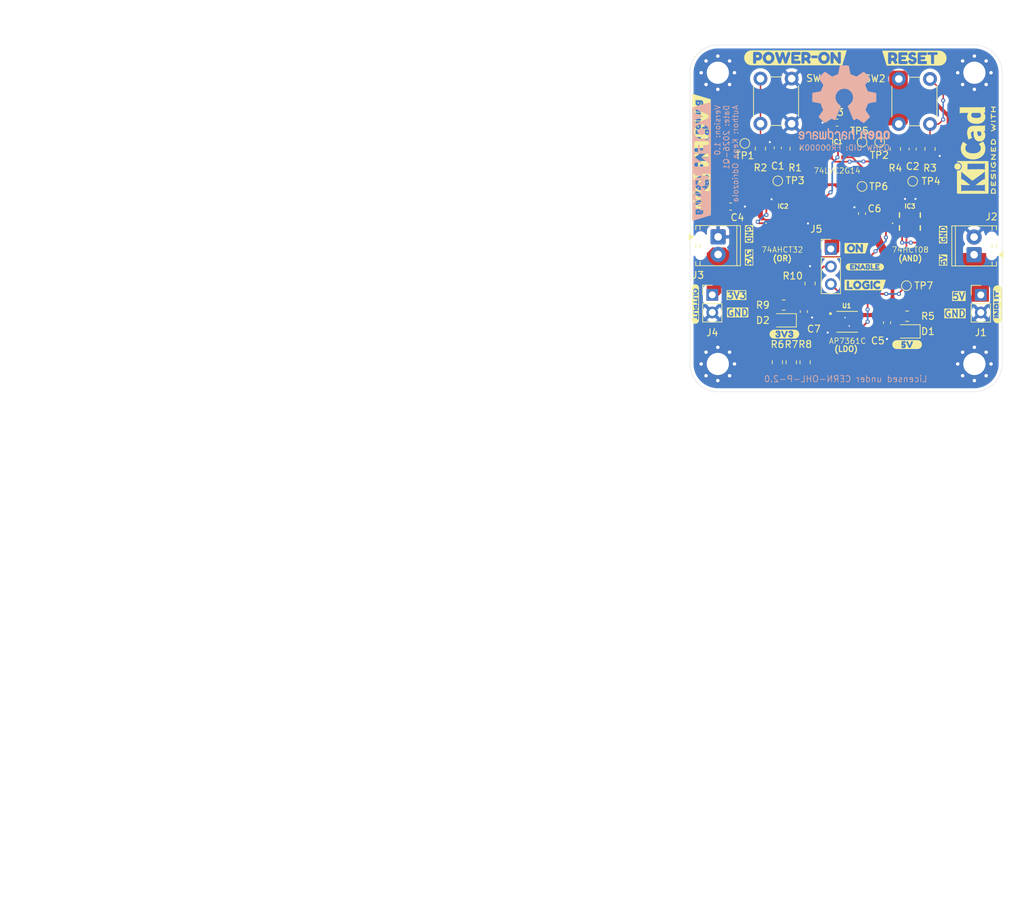
<source format=kicad_pcb>
(kicad_pcb (version 20241229) (generator "pcbnew") (generator_version "9.0")
  (title_block (title "VQFN_Training_Lab") (date "2026-01-25") (rev "1.0") (company "Author: Kepa ODRIOZOLA"))
  (layers (0 "F.Cu" signal) (2 "B.Cu" signal) (13 "F.Paste" user) (15 "B.Paste" user) (5 "F.SilkS" user "F.Silkscreen") (7 "B.SilkS" user "B.Silkscreen") (1 "F.Mask" user) (3 "B.Mask" user) (25 "Edge.Cuts" user))
  (net 0 "")
  (net 2 "/POWER_ON")
  (net 3 "+3V3")
  (net 4 "GND")
  (net 5 "+5V")
  (net 8 "Net-(D1-A)")
  (net 9 "Net-(D2-A)")
  (net 10 "Net-(IC1-2Y)")
  (net 11 "Net-(IC1-1Y)")
  (net 12 "/RESET")
  (net 13 "Net-(IC2-1Y)")
  (net 14 "/LDO_EN")
  (net 15 "Net-(R1-Pad2)")
  (net 16 "Net-(R3-Pad1)")
  (net 17 "Net-(U1-ADJ{slash}NC)")
  (net 18 "Net-(R6-Pad2)")
  (net 21 "/LDO_EN_SEL")
  (footprint "Capacitor_SMD:C_0603_1608Metric_Pad1.08x0.95mm_HandSolder" (layer "F.Cu") (at 144.8 94.3075 90)
    (property "Reference" "C6")
    (property "Value" "100n/25V/0603")
  )
  (footprint "kibuzzard-696FF158" (layer "F.Cu") (at 120.77 107.36 -90)
    (property "Reference" "kibuzzard-696FF158" (hide yes))
    (property "Value" "G***" (hide yes))
  )
  (footprint "Connector_PinHeader_2.54mm:PinHeader_1x03_P2.54mm_Vertical" (layer "F.Cu") (at 140.3 99.4075)
    (property "Reference" "J5")
    (property "Value" "Conn_01x03_Pin")
  )
  (footprint "Capacitor_SMD:C_0603_1608Metric_Pad1.08x0.95mm_HandSolder" (layer "F.Cu") (at 125.8375 93.3)
    (property "Reference" "C4")
    (property "Value" "100n/25V/0603")
  )
  (footprint "TestPoint:TestPoint_Pad_D1.0mm" (layer "F.Cu") (at 144.8 84)
    (property "Reference" "TP5")
    (property "Value" "TestPoint")
  )
  (footprint "Capacitor_SMD:C_0603_1608Metric_Pad1.08x0.95mm_HandSolder" (layer "F.Cu") (at 132.65 84.83 90)
    (property "Reference" "C1")
    (property "Value" "100n/25V/0603")
  )
  (footprint "kibuzzard-695A7D8B" (layer "F.Cu") (at 144 99.3075)
    (property "Reference" "kibuzzard-695A7D8B" (hide yes))
    (property "Value" "G***" (hide yes))
  )
  (footprint "kibuzzard-695A7F36" (layer "F.Cu") (at 133.6 111.7)
    (property "Reference" "kibuzzard-695A7F36" (hide yes))
    (property "Value" "G***" (hide yes))
  )
  (footprint "Capacitor_SMD:C_0603_1608Metric_Pad1.08x0.95mm_HandSolder" (layer "F.Cu") (at 152.1 85 90)
    (property "Reference" "C2")
    (property "Value" "100n/25V/0603")
  )
  (footprint "TestPoint:TestPoint_Pad_D1.0mm" (layer "F.Cu") (at 127.9 84.1925 -90)
    (property "Reference" "TP1")
    (property "Value" "TestPoint")
  )
  (footprint "Footprints:SON65P300X300X63-9N" (layer "F.Cu") (at 142.6525 109.92)
    (property "Reference" "U1")
    (property "Value" "AP7361C-FGE-7")
  )
  (footprint "Resistor_SMD:R_0805_2012Metric_Pad1.20x1.40mm_HandSolder" (layer "F.Cu") (at 134.59 115.7575 90)
    (property "Reference" "R7")
    (property "Value" "4K7/1%")
  )
  (footprint "TestPoint:TestPoint_Pad_D1.0mm" (layer "F.Cu") (at 151.2 104.7075 180)
    (property "Reference" "TP7")
    (property "Value" "TestPoint")
  )
  (footprint "Resistor_SMD:R_0805_2012Metric_Pad1.20x1.40mm_HandSolder" (layer "F.Cu") (at 151.3 109.1075 180)
    (property "Reference" "R5")
    (property "Value" "200/1%")
  )
  (footprint "Footprints:74LVC2G14GW125" (layer "F.Cu") (at 141.2 85.45)
    (property "Reference" "IC1")
    (property "Value" "74LVC2G14GW,125" (hide yes))
  )
  (footprint "Connector_PinHeader_2.54mm:PinHeader_1x02_P2.54mm_Vertical" (layer "F.Cu") (at 123.2 106.03)
    (property "Reference" "J4")
    (property "Value" "Conn_01x02_Pin")
  )
  (footprint "kibuzzard-695A7DB0" (layer "F.Cu") (at 145.25103 104.6075)
    (property "Reference" "kibuzzard-695A7DB0" (hide yes))
    (property "Value" "G***" (hide yes))
  )
  (footprint "kibuzzard-695C2423" (layer "F.Cu") (at 135.2 71.85)
    (property "Reference" "kibuzzard-695C2423" (hide yes))
    (property "Value" "G***" (hide yes))
  )
  (footprint "kibuzzard-695A7F50" (layer "F.Cu") (at 151.3 113.2075)
    (property "Reference" "kibuzzard-695A7F50" (hide yes))
    (property "Value" "G***" (hide yes))
  )
  (footprint "Connector_PinHeader_2.54mm:PinHeader_1x02_P2.54mm_Vertical" (layer "F.Cu") (at 161.925 106.04)
    (property "Reference" "J1")
    (property "Value" "Conn_01x02_Pin")
  )
  (footprint "Capacitor_SMD:C_0603_1608Metric_Pad1.08x0.95mm_HandSolder" (layer "F.Cu") (at 141.1875 81.2 180)
    (property "Reference" "C3")
    (property "Value" "100n/25V/0603")
  )
  (footprint "MountingHole:MountingHole_3.2mm_M3_Pad_Via" (layer "F.Cu") (at 124 74)
    (property "Reference" "H1" (hide yes))
    (property "Value" "MountingHole_Pad")
  )
  (footprint "TestPoint:TestPoint_Pad_D1.0mm" (layer "F.Cu") (at 152.1 89.65 180)
    (property "Reference" "TP4")
    (property "Value" "TestPoint")
  )
  (footprint "TestPoint:TestPoint_Pad_D1.0mm" (layer "F.Cu") (at 132.65 89.6 -90)
    (property "Reference" "TP3")
    (property "Value" "TestPoint")
  )
  (footprint "Resistor_SMD:R_0805_2012Metric_Pad1.20x1.40mm_HandSolder" (layer "F.Cu") (at 136.59 115.7575 90)
    (property "Reference" "R8")
    (property "Value" "4K7/1%")
  )
  (footprint "Footprints:74HCT08BQ115" (layer "F.Cu") (at 151.7 95.4575)
    (property "Reference" "IC3")
    (property "Value" "74HCT08BQ,115" (hide yes))
  )
  (footprint "TestPoint:TestPoint_Pad_D1.0mm" (layer "F.Cu") (at 144.8 90.4 180)
    (property "Reference" "TP6")
    (property "Value" "TestPoint")
  )
  (footprint "MountingHole:MountingHole_3.2mm_M3_Pad_Via" (layer "F.Cu") (at 124 116)
    (property "Reference" "H3" (hide yes))
    (property "Value" "MountingHole_Pad")
  )
  (footprint "Capacitor_SMD:C_0603_1608Metric_Pad1.08x0.95mm_HandSolder" (layer "F.Cu") (at 136.4 108.445 -90)
    (property "Reference" "C7")
    (property "Value" "4u7/16V/0603")
  )
  (footprint "LED_SMD:LED_0805_2012Metric_Pad1.15x1.40mm_HandSolder" (layer "F.Cu") (at 151.325 111.3075 180)
    (property "Reference" "D1")
    (property "Value" "LED")
  )
  (footprint "kibuzzard-695C2DD0" (layer "F.Cu") (at 121.65 80.925 90)
    (property "Reference" "kibuzzard-695C2DD0" (hide yes))
    (property "Value" "G***" (hide yes))
  )
  (footprint "Resistor_SMD:R_0805_2012Metric_Pad1.20x1.40mm_HandSolder" (layer "F.Cu") (at 154.6 84.9925 -90)
    (property "Reference" "R3")
    (property "Value" "10K/1%")
  )
  (footprint "kibuzzard-695C241E" (layer "F.Cu") (at 152.35 71.9)
    (property "Reference" "kibuzzard-695C241E" (hide yes))
    (property "Value" "G***" (hide yes))
  )
  (footprint "Resistor_SMD:R_0805_2012Metric_Pad1.20x1.40mm_HandSolder" (layer "F.Cu") (at 133.49 107.5075 180)
    (property "Reference" "R9")
    (property "Value" "30/1%")
  )
  (footprint "Button_Switch_THT:SW_PUSH_6mm_H5mm" (layer "F.Cu") (at 154.6 74.9 -90)
    (property "Reference" "SW2")
    (property "Value" "SW_Push")
  )
  (footprint "Resistor_SMD:R_0805_2012Metric_Pad1.20x1.40mm_HandSolder" (layer "F.Cu") (at 135.15 84.9425 90)
    (property "Reference" "R1")
    (property "Value" "10K/1%")
  )
  (footprint "kibuzzard-696FF104" (layer "F.Cu") (at 164.33 107.4 90)
    (property "Reference" "kibuzzard-696FF104" (hide yes))
    (property "Value" "G***" (hide yes))
  )
  (footprint "Symbol:KiCad-Logo2_5mm_SilkScreen" (layer "F.Cu") (at 161.1 85.175 90)
    (property "Reference" "REF**" (hide yes))
    (property "Value" "KiCad-Logo2_5mm_SilkScreen" (hide yes))
  )
  (footprint "TestPoint:TestPoint_Pad_D1.0mm" (layer "F.Cu") (at 147.35 84 180)
    (property "Reference" "TP2")
    (property "Value" "TestPoint")
  )
  (footprint "MountingHole:MountingHole_3.2mm_M3_Pad_Via" (layer "F.Cu") (at 161 74)
    (property "Reference" "H2" (hide yes))
    (property "Value" "MountingHole_Pad")
  )
  (footprint "LED_SMD:LED_0805_2012Metric_Pad1.15x1.40mm_HandSolder" (layer "F.Cu") (at 133.465 109.7075 180)
    (property "Reference" "D2")
    (property "Value" "LED")
  )
  (footprint "Resistor_SMD:R_0805_2012Metric_Pad1.20x1.40mm_HandSolder" (layer "F.Cu") (at 149.6 85 -90)
    (property "Reference" "R4")
    (property "Value" "1K/1%")
  )
  (footprint "Resistor_SMD:R_0805_2012Metric_Pad1.20x1.40mm_HandSolder" (layer "F.Cu") (at 137.3 104.4 90)
    (property "Reference" "R10")
    (property "Value" "10K/1%")
  )
  (footprint "TerminalBlock_Phoenix:TerminalBlock_Phoenix_MPT-0,5-2-2.54_1x02_P2.54mm_Horizontal" (layer "F.Cu") (at 124.04 97.67 -90)
    (property "Reference" "J3")
    (property "Value" "Screw_Terminal_01x02")
  )
  (footprint "Footprints:74AHCT32BQ115" (layer "F.Cu") (at 133.4 95.4575)
    (property "Reference" "IC2")
    (property "Value" "74AHCT32BQ,115" (hide yes))
  )
  (footprint "MountingHole:MountingHole_3.2mm_M3_Pad_Via" (layer "F.Cu") (at 161 116)
    (property "Reference" "H4" (hide yes))
    (property "Value" "MountingHole_Pad")
  )
  (footprint "Button_Switch_THT:SW_PUSH_6mm_H5mm" (layer "F.Cu") (at 134.65 74.85 -90)
    (property "Reference" "SW1")
    (property "Value" "SW_Push")
  )
  (footprint "Resistor_SMD:R_0805_2012Metric_Pad1.20x1.40mm_HandSolder" (layer "F.Cu") (at 132.59 115.7575 -90)
    (property "Reference" "R6")
    (property "Value" "10K/1%")
  )
  (footprint "kibuzzard-695C2DAE" (layer "F.Cu") (at 121.65 89 90)
    (property "Reference" "kibuzzard-695C2DAE" (hide yes))
    (property "Value" "G***" (hide yes))
  )
  (footprint "TerminalBlock_Phoenix:TerminalBlock_Phoenix_MPT-0,5-2-2.54_1x02_P2.54mm_Horizontal" (layer "F.Cu") (at 160.96 100.24 90)
    (property "Reference" "J2")
    (property "Value" "Screw_Terminal_01x02")
  )
  (footprint "Resistor_SMD:R_0805_2012Metric_Pad1.20x1.40mm_HandSolder" (layer "F.Cu") (at 130.15 84.9425 -90)
    (property "Reference" "R2")
    (property "Value" "1K/1%")
  )
  (footprint "kibuzzard-695A7DF5" (layer "F.Cu") (at 145.2 102.0075)
    (property "Reference" "kibuzzard-695A7DF5" (hide yes))
    (property "Value" "G***" (hide yes))
  )
  (footprint "Capacitor_SMD:C_0603_1608Metric_Pad1.08x0.95mm_HandSolder" (layer "F.Cu") (at 148.41 110.045 -90)
    (property "Reference" "C5")
    (property "Value" "4u7/16V/0603")
  )
  (footprint "kibuzzard-695C2DD0" (layer "B.Cu") (at 121.65 91.475 -90)
    (property "Reference" "kibuzzard-695C2DD0" (hide yes))
    (property "Value" "G***" (hide yes))
  )
  (footprint "kibuzzard-695C2DAE" (layer "B.Cu") (at 121.65 83.4 -90)
    (property "Reference" "kibuzzard-695C2DAE" (hide yes))
    (property "Value" "G***" (hide yes))
  )
  (footprint "Symbol:OSHW-Logo2_14.6x12mm_SilkScreen" (layer "B.Cu") (at 142.24 78.5 180)
    (property "Reference" "REF**" (hide yes))
    (property "Value" "OSHW-Logo2_14.6x12mm_SilkScreen" (hide yes))
  )
  (gr_line (start 120 116) (end 120 74) (stroke (width 0.05)) (layer "Edge.Cuts"))
  (gr_line (start 161 120) (end 124 120) (stroke (width 0.05)) (layer "Edge.Cuts"))
  (gr_arc (start 120 74) (mid 121.171573 71.171573) (end 124 70) (stroke (width 0.05)) (layer "Edge.Cuts"))
  (gr_line (start 161 70) (end 124 70) (stroke (width 0.05)) (layer "Edge.Cuts"))
  (gr_line (start 165 74) (end 165 116) (stroke (width 0.05)) (layer "Edge.Cuts"))
  (gr_arc (start 124 120) (mid 121.171573 118.828427) (end 120 116) (stroke (width 0.05)) (layer "Edge.Cuts"))
  (gr_arc (start 165 116) (mid 163.828427 118.828427) (end 161 120) (stroke (width 0.05)) (layer "Edge.Cuts"))
  (gr_arc (start 161 70) (mid 163.828427 71.171573) (end 165 74) (stroke (width 0.05)) (layer "Edge.Cuts"))
  (gr_text "5V" (at 157 100.2 90) (layer "F.SilkS" knockout) (effects (font (size 0.8 0.8) (thickness 0.2) (bold yes)) (justify right bottom)))
  (gr_text "5V" (at 159.76 106.84 0) (layer "F.SilkS" knockout) (effects (font (size 1 1) (thickness 0.2) (bold yes)) (justify right bottom)))
  (gr_text "GND" (at 128 98.6 270) (layer "F.SilkS" knockout) (effects (font (size 0.8 0.8) (thickness 0.2) (bold yes)) (justify right bottom)))
  (gr_text "74AHCT32" (at 133.3 100 0) (layer "F.SilkS") (effects (font (size 0.8 0.8) (thickness 0.1)) (justify bottom)))
  (gr_text "3V3" (at 125.2 106.7 0) (layer "F.SilkS" knockout) (effects (font (size 1 1) (thickness 0.2) (bold yes)) (justify left bottom)))
  (gr_text "74HCT08" (at 151.75 100 0) (layer "F.SilkS") (effects (font (size 0.8 0.8) (thickness 0.1)) (justify bottom)))
  (gr_text "GND" (at 125.2 109.2 0) (layer "F.SilkS" knockout) (effects (font (size 1 1) (thickness 0.2) (bold yes)) (justify left bottom)))
  (gr_text "(OR)" (at 133.3 101.25 0) (layer "F.SilkS") (effects (font (size 0.8 0.8) (thickness 0.16) (bold yes)) (justify bottom)))
  (gr_text "GND" (at 159.86 109.34 0) (layer "F.SilkS" knockout) (effects (font (size 1 1) (thickness 0.2) (bold yes)) (justify right bottom)))
  (gr_text "AP7361C" (at 142.7 113.1575 0) (layer "F.SilkS") (effects (font (size 0.8 0.8) (thickness 0.1)) (justify bottom)))
  (gr_text "(AND)" (at 151.75 101.25 0) (layer "F.SilkS") (effects (font (size 0.8 0.8) (thickness 0.16) (bold yes)) (justify bottom)))
  (gr_text "(LDO)" (at 142.5 114.3075 0) (layer "F.SilkS") (effects (font (size 0.8 0.8) (thickness 0.16) (bold yes)) (justify bottom)))
  (gr_text "GND" (at 157 96 90) (layer "F.SilkS" knockout) (effects (font (size 0.8 0.8) (thickness 0.2) (bold yes)) (justify right bottom)))
  (gr_text "74LVC2G14" (at 141.2 88.6 0) (layer "F.SilkS") (effects (font (size 0.8 0.8) (thickness 0.1)) (justify bottom)))
  (gr_text "3V3" (at 128 101.9 270) (layer "F.SilkS" knockout) (effects (font (size 0.8 0.8) (thickness 0.2) (bold yes)) (justify right bottom)))
  (gr_text "Version: 1.0\nDate: 2026-Q1\nAuthor: Kepa Odriozola" (at 127 78.6 90) (layer "B.SilkS") (effects (font (size 0.8 0.8) (thickness 0.1)) (justify left bottom mirror)))
  (gr_text "OSHW UID: FR00000X" (at 148.85 85.29 0) (layer "B.SilkS") (effects (font (size 0.8 0.8) (thickness 0.1)) (justify left bottom mirror)))
  (gr_text "Licensed under CERN-OHL-P-2.0" (at 154.27 118.69 0) (layer "B.SilkS") (effects (font (size 0.9 0.9) (thickness 0.1)) (justify left bottom mirror)))
  (segment (start 132.65 85.6925) (end 130.4 85.6925) (width 0.25) (layer "F.Cu") (net 2))
  (segment (start 132.65 85.6925) (end 132.65 89.6) (width 0.25) (layer "F.Cu") (net 2))
  (segment (start 140.1315 84.8685) (end 133.474 84.8685) (width 0.25) (layer "F.Cu") (net 2))
  (segment (start 133.474 84.8685) (end 132.65 85.6925) (width 0.25) (layer "F.Cu") (net 2))
  (segment (start 140.3 84.7) (end 140.1315 84.8685) (width 0.25) (layer "F.Cu") (net 2))
  (segment (start 130.4 85.6925) (end 130.15 85.9425) (width 0.25) (layer "F.Cu") (net 2))
  (segment (start 131.8575 114.7575) (end 131.05 113.95) (width 0.4) (layer "F.Cu") (net 3))
  (segment (start 131.35 110.825) (end 133.02508 110.825) (width 0.4) (layer "F.Cu") (net 3))
  (segment (start 133.514 110.33608) (end 133.514 108.4835) (width 0.4) (layer "F.Cu") (net 3))
  (segment (start 133.514 108.4835) (end 134.49 107.5075) (width 0.4) (layer "F.Cu") (net 3))
  (segment (start 141.2625 108.945) (end 139.545 108.945) (width 0.4) (layer "F.Cu") (net 3))
  (segment (start 131.05 111.125) (end 131.35 110.825) (width 0.4) (layer "F.Cu") (net 3))
  (segment (start 138.1825 107.5825) (end 136.4 107.5825) (width 0.4) (layer "F.Cu") (net 3))
  (segment (start 139.545 108.945) (end 138.1825 107.5825) (width 0.4) (layer "F.Cu") (net 3))
  (segment (start 132.59 114.7575) (end 131.8575 114.7575) (width 0.4) (layer "F.Cu") (net 3))
  (segment (start 131.05 113.95) (end 131.05 111.125) (width 0.4) (layer "F.Cu") (net 3))
  (segment (start 133.02508 110.825) (end 133.514 110.33608) (width 0.4) (layer "F.Cu") (net 3))
  (segment (start 152.7 94.4575) (end 151.7 95.4575) (width 0.2) (layer "F.Cu") (net 4))
  (segment (start 136 109.7075) (end 136.4 109.3075) (width 0.2) (layer "F.Cu") (net 4))
  (segment (start 139.84 111.11) (end 140.06 110.89) (width 0.2) (layer "F.Cu") (net 4))
  (segment (start 150.7 94.1575) (end 150.7 94.4575) (width 0.2) (layer "F.Cu") (net 4))
  (segment (start 151.2 94.1575) (end 151.2 92.4) (width 0.2) (layer "F.Cu") (net 4))
  (segment (start 134.4 94.1575) (end 134.4 94.4575) (width 0.2) (layer "F.Cu") (net 4))
  (segment (start 136.4 109.3075) (end 137.5925 109.3075) (width 0.2) (layer "F.Cu") (net 4))
  (segment (start 137 95.75) (end 136.75 95.75) (width 0.2) (layer "F.Cu") (net 4))
  (segment (start 132.4 94.4575) (end 133.4 95.4575) (width 0.2) (layer "F.Cu") (net 4))
  (segment (start 133.9 95.9575) (end 133.4 95.4575) (width 0.2) (layer "F.Cu") (net 4))
  (segment (start 152.7 94.1575) (end 152.7 94.4575) (width 0.2) (layer "F.Cu") (net 4))
  (segment (start 149.2735 112.3085) (end 148.41 111.445) (width 0.2) (layer "F.Cu") (net 4))
  (segment (start 151.7 96.7575) (end 151.7 95.4575) (width 0.2) (layer "F.Cu") (net 4))
  (segment (start 131.75 93.5) (end 131.75 92.25) (width 0.2) (layer "F.Cu") (net 4))
  (segment (start 132.4 94.1575) (end 132.4 94.15) (width 0.2) (layer "F.Cu") (net 4))
  (segment (start 132.9 94.9575) (end 133.4 95.4575) (width 0.2) (layer "F.Cu") (net 4))
  (segment (start 132.4 94.1575) (end 132.4 94.4575) (width 0.2) (layer "F.Cu") (net 4))
  (segment (start 152.7 92.4) (end 152.5 92.2) (width 0.2) (layer "F.Cu") (net 4))
  (segment (start 152.2 94.9575) (end 151.7 95.4575) (width 0.2) (layer "F.Cu") (net 4))
  (segment (start 152.2 95.9575) (end 151.7 95.4575) (width 0.2) (layer "F.Cu") (net 4))
  (segment (start 134.4 94.4575) (end 133.4 95.4575) (width 0.2) (layer "F.Cu") (net 4))
  (segment (start 140.065 110.895) (end 141.2625 110.895) (width 0.2) (layer "F.Cu") (net 4))
  (segment (start 151.2 92.4) (end 151 92.2) (width 0.2) (layer "F.Cu") (net 4))
  (segment (start 150.7 94.4575) (end 151.7 95.4575) (width 0.2) (layer "F.Cu") (net 4))
  (segment (start 148.4 110.9175) (end 148.41 110.9075) (width 0.2) (layer "F.Cu") (net 4))
  (segment (start 152.2 92.5) (end 152.2 94.1575) (width 0.2) (layer "F.Cu") (net 4))
  (segment (start 134.95 95.7075) (end 133.65 95.7075) (width 0.2) (layer "F.Cu") (net 4))
  (segment (start 140.325 81.2) (end 139.1 81.2) (width 0.2) (layer "F.Cu") (net 4))
  (segment (start 152.5 92.2) (end 152.2 92.5) (width 0.2) (layer "F.Cu") (net 4))
  (segment (start 136.75 95.75) (end 136.7075 95.7075) (width 0.2) (layer "F.Cu") (net 4))
  (segment (start 133.4 96.7575) (end 133.4 95.4575) (width 0.2) (layer "F.Cu") (net 4))
  (segment (start 137.5925 109.3075) (end 137.6 109.3) (width 0.2) (layer "F.Cu") (net 4))
  (segment (start 150.7 92.5) (end 151 92.2) (width 0.2) (layer "F.Cu") (net 4))
  (segment (start 151.2 94.1575) (end 151.2 94.9575) (width 0.2) (layer "F.Cu") (net 4))
  (segment (start 136.59 114.7575) (end 136.59 109.4975) (width 0.2) (layer "F.Cu") (net 4))
  (segment (start 152.35 111.3075) (end 151.349 112.3085) (width 0.2) (layer "F.Cu") (net 4))
  (segment (start 131.5325 83.9675) (end 131.5 84) (width 0.2) (layer "F.Cu") (net 4))
  (segment (start 151.95 95.7075) (end 151.7 95.4575) (width 0.2) (layer "F.Cu") (net 4))
  (segment (start 150.7 94.1575) (end 150.7 92.5) (width 0.2) (layer "F.Cu") (net 4))
  (segment (start 133.9 94.9575) (end 133.4 95.4575) (width 0.2) (layer "F.Cu") (net 4))
  (segment (start 142.6525 109.92) (end 141.6775 110.895) (width 0.2) (layer "F.Cu") (net 4))
  (segment (start 141.6775 110.895) (end 141.2625 110.895) (width 0.2) (layer "F.Cu") (net 4))
  (segment (start 133.65 95.7075) (end 133.4 95.4575) (width 0.2) (layer "F.Cu") (net 4))
  (segment (start 152.1 84.1375) (end 152.745 84.1375) (width 0.2) (layer "F.Cu") (net 4))
  (segment (start 133.9 96.7575) (end 133.9 95.9575) (width 0.2) (layer "F.Cu") (net 4))
  (segment (start 152.2 96.7575) (end 152.2 95.9575) (width 0.2) (layer "F.Cu") (net 4))
  (segment (start 139.84 111.47) (end 139.84 111.11) (width 0.2) (layer "F.Cu") (net 4))
  (segment (start 134.49 109.7075) (end 136 109.7075) (width 0.2) (layer "F.Cu") (net 4))
  (segment (start 154.6 85.9925) (end 155.9925 85.9925) (width 0.2) (layer "F.Cu") (net 4))
  (segment (start 140.325 81.2) (end 140.901 81.776) (width 0.2) (layer "F.Cu") (net 4))
  (segment (start 152.7 94.1575) (end 152.7 92.4) (width 0.2) (layer "F.Cu") (net 4))
  (segment (start 136.59 109.4975) (end 136.4 109.3075) (width 0.2) (layer "F.Cu") (net 4))
  (segment (start 126.7 93.3) (end 127.9 93.3) (width 0.2) (layer "F.Cu") (net 4))
  (segment (start 148.4 112.4) (end 148.4 110.9175) (width 0.2) (layer "F.Cu") (net 4))
  (segment (start 137.3 103.4) (end 137.3 101.9) (width 0.2) (layer "F.Cu") (net 4))
  (segment (start 151.2 94.9575) (end 151.7 95.4575) (width 0.2) (layer "F.Cu") (net 4))
  (segment (start 140.901 81.776) (end 140.901 85.349) (width 0.2) (layer "F.Cu") (net 4))
  (segment (start 144.8 93.445) (end 143.745 93.445) (width 0.2) (layer "F.Cu") (net 4))
  (segment (start 143.745 93.445) (end 143.7 93.4) (width 0.2) (layer "F.Cu") (net 4))
  (segment (start 153.25 95.7075) (end 151.95 95.7075) (width 0.2) (layer "F.Cu") (net 4))
  (segment (start 140.901 85.349) (end 140.8 85.45) (width 0.2) (layer "F.Cu") (net 4))
  (segment (start 132.65 83.9675) (end 131.5325 83.9675) (width 0.2) (layer "F.Cu") (net 4))
  (segment (start 152.2 94.1575) (end 152.2 94.9575) (width 0.2) (layer "F.Cu") (net 4))
  (segment (start 140.06 110.89) (end 140.065 110.895) (width 0.2) (layer "F.Cu") (net 4))
  (segment (start 132.9 94.1575) (end 132.9 94.9575) (width 0.2) (layer "F.Cu") (net 4))
  (segment (start 155.9925 85.9925) (end 156 86) (width 0.2) (layer "F.Cu") (net 4))
  (segment (start 148.41 111.445) (end 148.41 110.9075) (width 0.2) (layer "F.Cu") (net 4))
  (segment (start 133.9 94.1575) (end 133.9 94.9575) (width 0.2) (layer "F.Cu") (net 4))
  (segment (start 136.7075 95.7075) (end 134.95 95.7075) (width 0.2) (layer "F.Cu") (net 4))
  (segment (start 132.4 94.15) (end 131.75 93.5) (width 0.2) (layer "F.Cu") (net 4))
  (segment (start 152.745 84.1375) (end 154.6 85.9925) (width 0.2) (layer "F.Cu") (net 4))
  (segment (start 140.8 85.45) (end 140.3 85.45) (width 0.2) (layer "F.Cu") (net 4))
  (segment (start 151.349 112.3085) (end 149.2735 112.3085) (width 0.2) (layer "F.Cu") (net 4))
  (via (at 137.3 101.9) (size 0.6) (drill 0.3) (layers "F.Cu" "B.Cu") (net 4))
  (via (at 131.5 84) (size 0.6) (drill 0.3) (layers "F.Cu" "B.Cu") (net 4))
  (via (at 139.84 111.47) (size 0.6) (drill 0.3) (layers "F.Cu" "B.Cu") (net 4))
  (via (at 156 86) (size 0.6) (drill 0.3) (layers "F.Cu" "B.Cu") (net 4))
  (via (at 139.1 81.2) (size 0.6) (drill 0.3) (layers "F.Cu" "B.Cu") (net 4))
  (via (at 131.75 92.25) (size 0.6) (drill 0.3) (layers "F.Cu" "B.Cu") (net 4))
  (via (at 151 92.2) (size 0.6) (drill 0.3) (layers "F.Cu" "B.Cu") (net 4))
  (via (at 143.7 93.4) (size 0.6) (drill 0.3) (layers "F.Cu" "B.Cu") (net 4))
  (via (at 137 95.75) (size 0.6) (drill 0.3) (layers "F.Cu" "B.Cu") (net 4))
  (via (at 137.6 109.3) (size 0.6) (drill 0.3) (layers "F.Cu" "B.Cu") (net 4))
  (via (at 127.9 93.3) (size 0.6) (drill 0.3) (layers "F.Cu" "B.Cu") (net 4))
  (via (at 148.4 112.4) (size 0.6) (drill 0.3) (layers "F.Cu" "B.Cu") (net 4))
  (via (at 152.5 92.2) (size 0.6) (drill 0.3) (layers "F.Cu" "B.Cu") (net 4))
  (segment (start 146.05 83.1) (end 147.9 81.25) (width 0.4) (layer "F.Cu") (net 5))
  (segment (start 144.0425 108.945) (end 148.1725 108.945) (width 0.6) (layer "F.Cu") (net 5))
  (segment (start 148.1725 108.945) (end 148.41 109.1825) (width 0.4) (layer "F.Cu") (net 5))
  (segment (start 146.05 84.5) (end 146.05 83.1) (width 0.4) (layer "F.Cu") (net 5))
  (segment (start 149.95 81.25) (end 150.1 81.4) (width 0.4) (layer "F.Cu") (net 5))
  (segment (start 145.1 85.45) (end 146.05 84.5) (width 0.4) (layer "F.Cu") (net 5))
  (segment (start 147.9 81.25) (end 149.95 81.25) (width 0.4) (layer "F.Cu") (net 5))
  (segment (start 142.1 85.45) (end 145.1 85.45) (width 0.4) (layer "F.Cu") (net 5))
  (segment (start 150.3 109.1075) (end 150.3 111.3075) (width 0.2) (layer "F.Cu") (net 8))
  (segment (start 132.49 109.6575) (end 132.44 109.7075) (width 0.2) (layer "F.Cu") (net 9))
  (segment (start 132.49 107.5075) (end 132.49 109.6575) (width 0.2) (layer "F.Cu") (net 9))
  (segment (start 155.25 98) (end 154.75 98.5) (width 0.25) (layer "F.Cu") (net 10))
  (segment (start 150.575 96.8825) (end 150.7 96.7575) (width 0.25) (layer "F.Cu") (net 10))
  (segment (start 144.8 87.6) (end 143.4 86.2) (width 0.25) (layer "F.Cu") (net 10))
  (segment (start 154.5 91.5) (end 155.25 92.25) (width 0.25) (layer "F.Cu") (net 10))
  (segment (start 143.4 86.2) (end 142.1 86.2) (width 0.25) (layer "F.Cu") (net 10))
  (segment (start 145.9 91.5) (end 154.5 91.5) (width 0.25) (layer "F.Cu") (net 10))
  (segment (start 155.25 92.25) (end 155.25 98) (width 0.25) (layer "F.Cu") (net 10))
  (segment (start 144.8 90.4) (end 145.9 91.5) (width 0.25) (layer "F.Cu") (net 10))
  (segment (start 144.8 90.4) (end 144.8 87.6) (width 0.25) (layer "F.Cu") (net 10))
  (segment (start 150.575 98.5) (end 150.575 96.8825) (width 0.25) (layer "F.Cu") (net 10))
  (segment (start 154.75 98.5) (end 151.825 98.5) (width 0.25) (layer "F.Cu") (net 10))
  (via (at 151.825 98.5) (size 0.6) (drill 0.3) (layers "F.Cu" "B.Cu") (net 10))
  (via (at 150.575 98.5) (size 0.6) (drill 0.3) (layers "F.Cu" "B.Cu") (net 10))
  (segment (start 151.825 98.5) (end 150.575 98.5) (width 0.25) (layer "B.Cu") (net 10))
  (segment (start 142.1 84.7) (end 141.55 84.7) (width 0.25) (layer "F.Cu") (net 11))
  (segment (start 141.327 86.123) (end 141.25 86.2) (width 0.25) (layer "F.Cu") (net 11))
  (segment (start 139.5 92) (end 133.25 92) (width 0.25) (layer "F.Cu") (net 11))
  (segment (start 131.490702 91.624) (end 131 92.114702) (width 0.25) (layer "F.Cu") (net 11))
  (segment (start 132.874 91.624) (end 131.490702 91.624) (width 0.25) (layer "F.Cu") (net 11))
  (segment (start 142.8 84) (end 142.1 84.7) (width 0.25) (layer "F.Cu") (net 11))
  (segment (start 144.8 84) (end 142.8 84) (width 0.25) (layer "F.Cu") (net 11))
  (segment (start 133.25 92) (end 132.874 91.624) (width 0.25) (layer "F.Cu") (net 11))
  (segment (start 129.9575 95.7075) (end 131.85 95.7075) (width 0.25) (layer "F.Cu") (net 11))
  (segment (start 131 92.114702) (end 131 94.5) (width 0.25) (layer "F.Cu") (net 11))
  (segment (start 140.25 91.25) (end 139.5 92) (width 0.25) (layer "F.Cu") (net 11))
  (segment (start 141.55 84.7) (end 141.327 84.923) (width 0.25) (layer "F.Cu") (net 11))
  (segment (start 129.75 95.5) (end 129.9575 95.7075) (width 0.25) (layer "F.Cu") (net 11))
  (segment (start 141.327 84.923) (end 141.327 86.123) (width 0.25) (layer "F.Cu") (net 11))
  (via (at 131 94.5) (size 0.6) (drill 0.3) (layers "F.Cu" "B.Cu") (net 11))
  (via (at 141.25 86.2) (size 0.6) (drill 0.3) (layers "F.Cu" "B.Cu") (net 11))
  (via (at 140.25 91.25) (size 0.6) (drill 0.3) (layers "F.Cu" "B.Cu") (net 11))
  (via (at 129.75 95.5) (size 0.6) (drill 0.3) (layers "F.Cu" "B.Cu") (net 11))
  (segment (start 130.75 94.5) (end 129.75 95.5) (width 0.25) (layer "B.Cu") (net 11))
  (segment (start 140.5 87) (end 140.5 91) (width 0.25) (layer "B.Cu") (net 11))
  (segment (start 141.25 86.25) (end 140.5 87) (width 0.25) (layer "B.Cu") (net 11))
  (segment (start 141.25 86.2) (end 141.25 86.25) (width 0.25) (layer "B.Cu") (net 11))
  (segment (start 140.5 91) (end 140.25 91.25) (width 0.25) (layer "B.Cu") (net 11))
  (segment (start 131 94.5) (end 130.75 94.5) (width 0.25) (layer "B.Cu") (net 11))
  (segment (start 152.1 85.8625) (end 152.1 89.65) (width 0.25) (layer "F.Cu") (net 12))
  (segment (start 148.8 86.8) (end 148.2 86.8) (width 0.25) (layer "F.Cu") (net 12))
  (segment (start 152.1 85.8625) (end 149.7375 85.8625) (width 0.25) (layer "F.Cu") (net 12))
  (segment (start 143 86.825) (end 140.925 86.825) (width 0.25) (layer "F.Cu") (net 12))
  (segment (start 140.925 86.825) (end 140.3 86.2) (width 0.25) (layer "F.Cu") (net 12))
  (segment (start 148.2 86.8) (end 144.883884 86.8) (width 0.25) (layer "F.Cu") (net 12))
  (segment (start 144.883884 86.8) (end 145 86.8) (width 0.25) (layer "F.Cu") (net 12))
  (segment (start 149.6 86) (end 148.8 86.8) (width 0.25) (layer "F.Cu") (net 12))
  (segment (start 149.7375 85.8625) (end 149.6 86) (width 0.25) (layer "F.Cu") (net 12))
  (via (at 143 86.825) (size 0.6) (drill 0.3) (layers "F.Cu" "B.Cu") (net 12))
  (via (at 145 86.8) (size 0.6) (drill 0.3) (layers "F.Cu" "B.Cu") (net 12))
  (segment (start 143.025 86.8) (end 143 86.825) (width 0.25) (layer "B.Cu") (net 12))
  (segment (start 145 86.8) (end 143.025 86.8) (width 0.25) (layer "B.Cu") (net 12))
  (segment (start 145.9165 100.5835) (end 146.75 99.75) (width 0.25) (layer "F.Cu") (net 13))
  (segment (start 133.9205 98.5) (end 136.25 98.5) (width 0.25) (layer "F.Cu") (net 13))
  (segment (start 132.9 96.7575) (end 132.9 97.4795) (width 0.25) (layer "F.Cu") (net 13))
  (segment (start 149.2925 95.7075) (end 150.15 95.7075) (width 0.25) (layer "F.Cu") (net 13))
  (segment (start 132.9 97.4795) (end 133.9205 98.5) (width 0.25) (layer "F.Cu") (net 13))
  (segment (start 148.25 97.75) (end 148.25 96.75) (width 0.25) (layer "F.Cu") (net 13))
  (segment (start 138.3335 100.5835) (end 145.9165 100.5835) (width 0.25) (layer "F.Cu") (net 13))
  (segment (start 136.25 98.5) (end 138.3335 100.5835) (width 0.25) (layer "F.Cu") (net 13))
  (segment (start 148.25 96.75) (end 149.2925 95.7075) (width 0.25) (layer "F.Cu") (net 13))
  (via (at 146.75 99.75) (size 0.6) (drill 0.3) (layers "F.Cu" "B.Cu") (net 13))
  (via (at 148.25 97.75) (size 0.6) (drill 0.3) (layers "F.Cu" "B.Cu") (net 13))
  (segment (start 146.75 99.75) (end 148.25 98.25) (width 0.25) (layer "B.Cu") (net 13))
  (segment (start 148.25 98.25) (end 148.25 97.75) (width 0.25) (layer "B.Cu") (net 13))
  (segment (start 150.125 105.9) (end 150.125 105.7825) (width 0.25) (layer "F.Cu") (net 14))
  (segment (start 141.7125 105.9) (end 148.275 105.9) (width 0.25) (layer "F.Cu") (net 14))
  (segment (start 150.125 105.7825) (end 151.2 104.7075) (width 0.25) (layer "F.Cu") (net 14))
  (segment (start 151.2 96.7575) (end 151.2 104.7075) (width 0.25) (layer "F.Cu") (net 14))
  (segment (start 140.3 104.4875) (end 141.7125 105.9) (width 0.25) (layer "F.Cu") (net 14))
  (via (at 148.275 105.9) (size 0.6) (drill 0.3) (layers "F.Cu" "B.Cu") (net 14))
  (via (at 150.125 105.9) (size 0.6) (drill 0.3) (layers "F.Cu" "B.Cu") (net 14))
  (segment (start 148.275 105.9) (end 150.125 105.9) (width 0.25) (layer "B.Cu") (net 14))
  (segment (start 129.9 84.1925) (end 130.15 83.9425) (width 0.2) (layer "F.Cu") (net 15))
  (segment (start 130.15 81.35) (end 130.15 83.9425) (width 0.2) (layer "F.Cu") (net 15))
  (segment (start 127.9 84.1925) (end 129.9 84.1925) (width 0.2) (layer "F.Cu") (net 15))
  (segment (start 130.9635 83.129) (end 130.15 83.9425) (width 0.2) (layer "F.Cu") (net 15))
  (segment (start 134.3365 83.129) (end 130.9635 83.129) (width 0.2) (layer "F.Cu") (net 15))
  (segment (start 135.15 83.9425) (end 134.3365 83.129) (width 0.2) (layer "F.Cu") (net 15))
  (segment (start 130.15 74.85) (end 130.15 81.35) (width 0.2) (layer "F.Cu") (net 15))
  (segment (start 150.301 83.299) (end 153.9065 83.299) (width 0.2) (layer "F.Cu") (net 16))
  (segment (start 154.6 81.4) (end 155.85 81.4) (width 0.2) (layer "F.Cu") (net 16))
  (segment (start 153.9065 83.299) (end 154.6 83.9925) (width 0.2) (layer "F.Cu") (net 16))
  (segment (start 149.6 84) (end 150.301 83.299) (width 0.2) (layer "F.Cu") (net 16))
  (segment (start 156.5 76.8) (end 154.6 74.9) (width 0.2) (layer "F.Cu") (net 16))
  (segment (start 155.85 81.4) (end 156.5 80.75) (width 0.2) (layer "F.Cu") (net 16))
  (segment (start 147.35 84) (end 149.6 84) (width 0.2) (layer "F.Cu") (net 16))
  (segment (start 156.5 78) (end 156.5 76.8) (width 0.2) (layer "F.Cu") (net 16))
  (segment (start 154.6 83.9925) (end 154.6 81.4) (width 0.2) (layer "F.Cu") (net 16))
  (via (at 156.5 80.75) (size 0.6) (drill 0.3) (layers "F.Cu" "B.Cu") (net 16))
  (via (at 156.5 78) (size 0.6) (drill 0.3) (layers "F.Cu" "B.Cu") (net 16))
  (segment (start 156.5 80.75) (end 156.5 78) (width 0.2) (layer "B.Cu") (net 16))
  (segment (start 139 111.2) (end 139 116) (width 0.2) (layer "F.Cu") (net 17))
  (segment (start 141.2625 110.245) (end 139.955 110.245) (width 0.2) (layer "F.Cu") (net 17))
  (segment (start 139 116) (end 138.2425 116.7575) (width 0.2) (layer "F.Cu") (net 17))
  (segment (start 134.59 114.7575) (end 136.59 116.7575) (width 0.2) (layer "F.Cu") (net 17))
  (segment (start 138.2425 116.7575) (end 136.59 116.7575) (width 0.2) (layer "F.Cu") (net 17))
  (segment (start 139.955 110.245) (end 139 111.2) (width 0.2) (layer "F.Cu") (net 17))
  (segment (start 134.59 116.7575) (end 132.59 116.7575) (width 0.2) (layer "F.Cu") (net 18))
  (segment (start 138.4 102.8) (end 139.2525 101.9475) (width 0.25) (layer "F.Cu") (net 21))
  (segment (start 137.3 105.4) (end 138.2 105.4) (width 0.25) (layer "F.Cu") (net 21))
  (segment (start 138.2 105.4) (end 138.4 105.2) (width 0.25) (layer "F.Cu") (net 21))
  (segment (start 138.625 106.725) (end 145.15 106.725) (width 0.25) (layer "F.Cu") (net 21))
  (segment (start 145.6 109.9) (end 144.605 110.895) (width 0.25) (layer "F.Cu") (net 21))
  (segment (start 144.605 110.895) (end 144.0425 110.895) (width 0.25) (layer "F.Cu") (net 21))
  (segment (start 145.6 107.175) (end 145.6 108.145) (width 0.25) (layer "F.Cu") (net 21))
  (segment (start 139.2525 101.9475) (end 140.3 101.9475) (width 0.25) (layer "F.Cu") (net 21))
  (segment (start 138.4 105.2) (end 138.4 102.8) (width 0.25) (layer "F.Cu") (net 21))
  (segment (start 137.3 105.4) (end 138.625 106.725) (width 0.25) (layer "F.Cu") (net 21))
  (segment (start 145.15 106.725) (end 145.6 107.175) (width 0.25) (layer "F.Cu") (net 21))
  (via (at 145.6 109.9) (size 0.6) (drill 0.3) (layers "F.Cu" "B.Cu") (net 21))
  (via (at 145.6 108.145) (size 0.6) (drill 0.3) (layers "F.Cu" "B.Cu") (net 21))
  (segment (start 145.6 108.145) (end 145.6 109.9) (width 0.25) (layer "B.Cu") (net 21))
  (zone (net 3) (net_name "+3V3") (layer "F.Cu") (name "3V3") (priority 1) (connect_pads yes (clearance 0.2)) (min_thickness 0.12) (fill yes (thermal_gap 0.5) (thermal_bridge_width 0.5) (smoothing fillet))
    (polygon (pts (xy 132.525 97.59375) (xy 132.11875 98) (xy 130.604687 98) (xy 130.1 98.504687) (xy 130.1 100.985716) (xy 135.2 106.6) (xy 136.625 106.6) (xy 137.1 107.075) (xy 137.1 108.14375) (xy 136.74375 108.5) (xy 133.7 108.5) (xy 133.7 106.7) (xy 132.4 105.3) (xy 131.9 104.8) (xy 124.74375 104.8) (xy 124.5 105.04375) (xy 124.5 105.775) (xy 123.675 106.6) (xy 122.675001 106.6) (xy 122.4 106.324999) (xy 122.4 100.020833) (xy 123.220833 99.2) (xy 125.067708 99.2) (xy 125.685776 99.81562) (xy 125.698486 103.018514) (xy 126.413567 103.725013) (xy 128.550328 103.707696) (xy 129.5 102.750297) (xy 129.5 98.9) (xy 129.5 97.93125) (xy 129.93125 97.5) (xy 131.99375 97.5) (xy 132.275 97.21875) (xy 132.275 96.375) (xy 132.525 96.375)))
  )
  (zone (net 5) (net_name "+5V") (layer "F.Cu") (name "5V") (priority 1) (connect_pads yes (clearance 0.2)) (min_thickness 0.2) (fill yes (thermal_gap 0.5) (thermal_bridge_width 0.5))
    (polygon (pts (xy 151.4 74.15) (xy 151.4 76.8125) (xy 152.4375 77.85) (xy 155.260045 77.85) (xy 157.761734 80.360239) (xy 157.748002 93.23362) (xy 158.85 94.9) (xy 158.85 100) (xy 163.1 100) (xy 163.1 105.575) (xy 163.1 107.024275) (xy 160.55 107.025) (xy 160.55 105.1) (xy 158 105.1) (xy 153.05 107.787903) (xy 153.05 109.6625) (xy 152.9125 109.8) (xy 151.928125 109.8) (xy 151.6 109.471875) (xy 151.6 108.075) (xy 151.325 107.8) (xy 149.5 107.8) (xy 149.2 108.1) (xy 149.2 109.4) (xy 148.8 109.8) (xy 148 109.8) (xy 147.6 109.4) (xy 147.6 109) (xy 147.3 109) (xy 147.3 107.35) (xy 147.85 106.8) (xy 148.50625 106.8) (xy 148.925 106.38125) (xy 148.925 103.025) (xy 145.9 97.2) (xy 142.593773 97.2) (xy 141.519937 98.265911) (xy 141.503498 99.799859) (xy 141.039023 100.258109) (xy 139.804681 100.254681) (xy 139.4 99.85) (xy 139.4 95.4125) (xy 140.2125 94.6) (xy 141.3 94.6) (xy 141.255147 90.78747) (xy 140.8125 90.35) (xy 137.5 90.35) (xy 137.5 90.6) (xy 136.85 91.25) (xy 131.5 91.25) (xy 130.5 92.25) (xy 130.5 94.725) (xy 130.875 95.1) (xy 132.3 95.1) (xy 132.3 95.3) (xy 130.25 95.3) (xy 129.8 94.85) (xy 129.8 92.275) (xy 129.325 91.8) (xy 125.6 91.8) (xy 125.6 93.55625) (xy 125.35625 93.8) (xy 124.625 93.8) (xy 124.3 93.475) (xy 124.3 91.125) (xy 124.625 90.8) (xy 125.6 90.8) (xy 136.353797 90.8) (xy 136.786446 90.36325) (xy 136.755306 87.062475) (xy 136.1875 86.5) (xy 134.5 86.5) (xy 134.5 85.5) (xy 136.75 85.5) (xy 137.5 86.25) (xy 137.5 89.95) (xy 141.4125 89.95) (xy 142.05 90.5875) (xy 142.05 94.6) (xy 145.9 94.6) (xy 147.65 94.6) (xy 148.075 95.1) (xy 150.525 95.1) (xy 150.525 95.325) (xy 148.02233 95.325) (xy 147.548483 95.797403) (xy 147.542633 97.714919) (xy 149.471668 101.372941) (xy 149.450062 106.385678) (xy 149.862602 106.8) (xy 152.6 106.8) (xy 158 103.9) (xy 158 100) (xy 158.025 95.35) (xy 157 93.909097) (xy 157 80.382904) (xy 155.863079 79.2) (xy 152.4 79.2) (xy 151.4 80.2) (xy 151.4 81.25) (xy 151.05 81.6) (xy 141.773437 81.6) (xy 141.55 81.376563) (xy 141.55 80.90625) (xy 141.78125 80.675) (xy 148.00625 80.675) (xy 148.7 79.98125) (xy 148.7 74.20625) (xy 149.20625 73.7) (xy 150.95 73.7)))
  )
  (zone (net 4) (net_name "GND") (layer "B.Cu") (name "GND") (priority 1) (connect_pads (clearance 0.5)) (min_thickness 0.25) (fill yes (thermal_gap 0.5) (thermal_bridge_width 0.5))
    (polygon (pts (xy 120 70) (xy 165 70) (xy 165 120) (xy 120 120)))
  )
)
</source>
